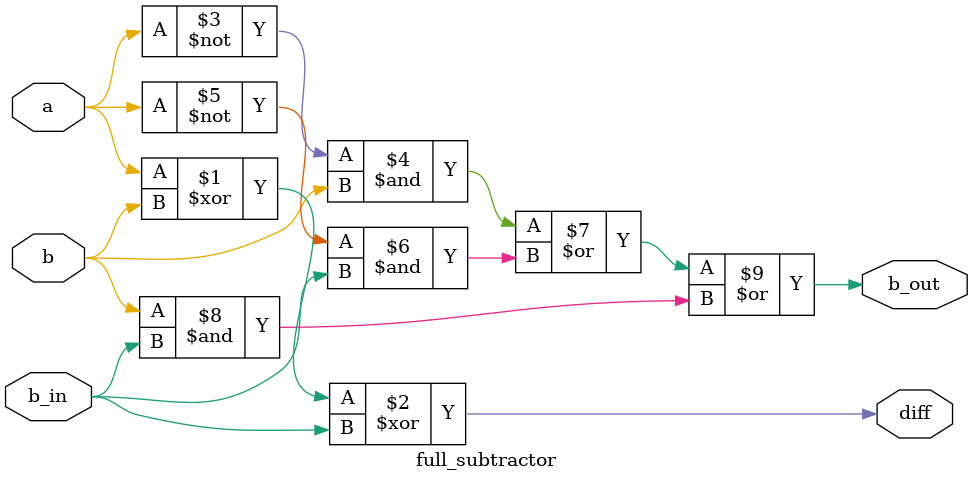
<source format=v>
`timescale 1ns / 1ps

module full_subtractor(
    input a, b, b_in,
    output diff, b_out

    );
    
    assign diff = a ^ b ^ b_in;
    assign b_out = ((~a)&b)|((~a)&b_in)|(b&b_in);
    
endmodule

</source>
